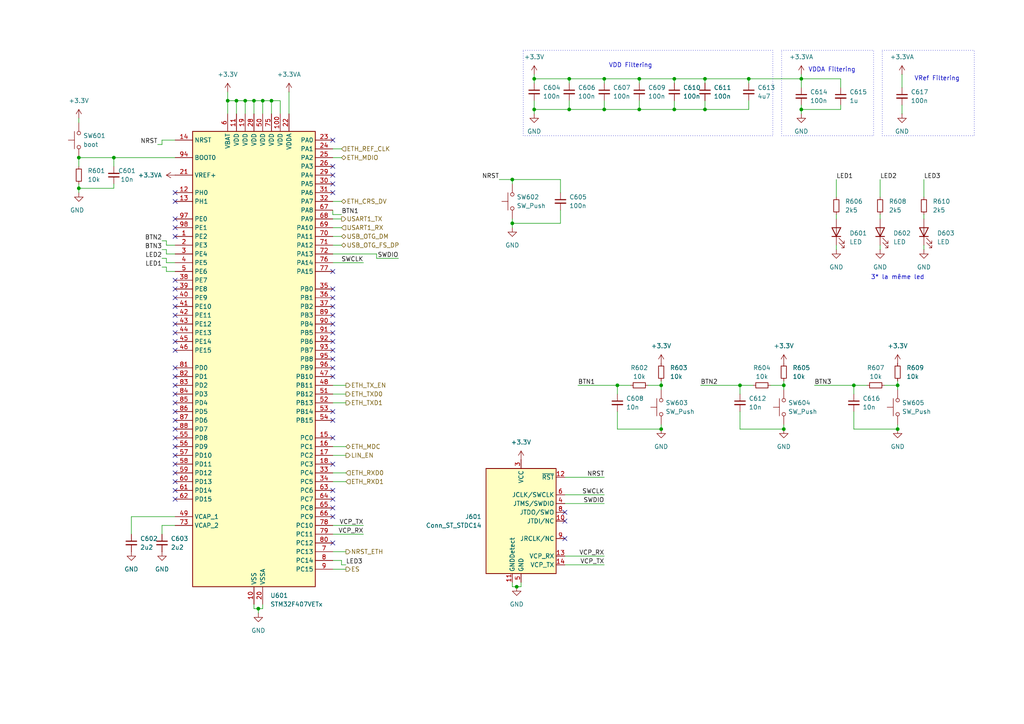
<source format=kicad_sch>
(kicad_sch (version 20231120) (generator "eeschema") (generator_version "8.0")
  (paper "A4")
  (lib_symbols
    (symbol "Connector:Conn_ST_STDC14"
      (property "Reference" "J" (at -8.89 16.51 0))
      (property "Value" "Conn_ST_STDC14" (at 17.78 16.51 0))
      (symbol "Conn_ST_STDC14_0_1"
        (rectangle (start -10.16 15.24) (end 10.16 -15.24) (stroke (width 0.254)) (fill (type background)))
      )
      (symbol "Conn_ST_STDC14_1_1"
        (pin no_connect line (at -10.16 5.08 0) (length 2.54) hide (name "NC") (number "1"))
        (pin output line (at 12.7 0 180) (length 2.54) (name "JTDI/NC") (number "10"))
        (pin passive line (at -2.54 -17.78 90) (length 2.54) (name "GNDDetect") (number "11"))
        (pin open_collector line (at 12.7 12.7 180) (length 2.54) (name "~{RST}") (number "12"))
        (pin output line (at 12.7 -10.16 180) (length 2.54) (name "VCP_RX") (number "13"))
        (pin input line (at 12.7 -12.7 180) (length 2.54) (name "VCP_TX") (number "14"))
        (pin no_connect line (at -10.16 2.54 0) (length 2.54) hide (name "NC") (number "2"))
        (pin power_in line (at 0 17.78 270) (length 2.54) (name "VCC") (number "3"))
        (pin bidirectional line (at 12.7 5.08 180) (length 2.54) (name "JTMS/SWDIO") (number "4"))
        (pin power_in line (at 0 -17.78 90) (length 2.54) (name "GND") (number "5"))
        (pin output line (at 12.7 7.62 180) (length 2.54) (name "JCLK/SWCLK") (number "6"))
        (pin passive line (at 0 -17.78 90) (length 2.54) hide (name "GND") (number "7"))
        (pin input line (at 12.7 2.54 180) (length 2.54) (name "JTDO/SWO") (number "8"))
        (pin input line (at 12.7 -5.08 180) (length 2.54) (name "JRCLK/NC") (number "9"))
      )
    )
    (symbol "Device:C_Small" (pin_numbers hide) (pin_names (offset 0.254) hide)
      (property "Reference" "C" (at 0.254 1.778 0))
      (property "Value" "C_Small" (at 0.254 -2.032 0))
      (symbol "C_Small_0_1"
        (polyline (pts (xy -1.524 -0.508) (xy 1.524 -0.508)) (stroke (width 0.3302)))
        (polyline (pts (xy -1.524 0.508) (xy 1.524 0.508)) (stroke (width 0.3048)))
      )
      (symbol "C_Small_1_1"
        (pin passive line (at 0 2.54 270) (length 2.032) (name "~") (number "1"))
        (pin passive line (at 0 -2.54 90) (length 2.032) (name "~") (number "2"))
      )
    )
    (symbol "Device:LED" (pin_numbers hide) (pin_names (offset 1.016) hide)
      (property "Reference" "D" (at 0 2.54 0))
      (property "Value" "LED" (at 0 -2.54 0))
      (symbol "LED_0_1"
        (polyline (pts (xy -1.27 -1.27) (xy -1.27 1.27)) (stroke (width 0.254)))
        (polyline (pts (xy -1.27 0) (xy 1.27 0)))
        (polyline (pts (xy 1.27 -1.27) (xy 1.27 1.27) (xy -1.27 0) (xy 1.27 -1.27)) (stroke (width 0.254)))
        (polyline (pts (xy -3.048 -0.762) (xy -4.572 -2.286) (xy -3.81 -2.286) (xy -4.572 -2.286) (xy -4.572 -1.524)))
        (polyline (pts (xy -1.778 -0.762) (xy -3.302 -2.286) (xy -2.54 -2.286) (xy -3.302 -2.286) (xy -3.302 -1.524)))
      )
      (symbol "LED_1_1"
        (pin passive line (at -3.81 0 0) (length 2.54) (name "K") (number "1"))
        (pin passive line (at 3.81 0 180) (length 2.54) (name "A") (number "2"))
      )
    )
    (symbol "Device:R_Small" (pin_numbers hide) (pin_names (offset 0.254) hide)
      (property "Reference" "R" (at 0.762 0.508 0))
      (property "Value" "R_Small" (at 0.762 -1.016 0))
      (symbol "R_Small_0_1"
        (rectangle (start -0.762 1.778) (end 0.762 -1.778) (stroke (width 0.2032)))
      )
      (symbol "R_Small_1_1"
        (pin passive line (at 0 2.54 270) (length 0.762) (name "~") (number "1"))
        (pin passive line (at 0 -2.54 90) (length 0.762) (name "~") (number "2"))
      )
    )
    (symbol "MCU_ST_STM32F4:STM32F407VETx"
      (property "Reference" "U" (at -17.78 67.31 0))
      (property "Value" "STM32F407VETx" (at 12.7 67.31 0))
      (symbol "STM32F407VETx_0_1"
        (rectangle (start -17.78 -66.04) (end 17.78 66.04) (stroke (width 0.254)) (fill (type background)))
      )
      (symbol "STM32F407VETx_1_1"
        (pin bidirectional line (at -22.86 35.56 0) (length 5.08) (name "PE2") (number "1"))
        (pin power_in line (at 0 -71.12 90) (length 5.08) (name "VSS") (number "10"))
        (pin power_in line (at 7.62 71.12 270) (length 5.08) (name "VDD") (number "100"))
        (pin power_in line (at -5.08 71.12 270) (length 5.08) (name "VDD") (number "11"))
        (pin bidirectional line (at -22.86 48.26 0) (length 5.08) (name "PH0") (number "12"))
        (pin bidirectional line (at -22.86 45.72 0) (length 5.08) (name "PH1") (number "13"))
        (pin input line (at -22.86 63.5 0) (length 5.08) (name "NRST") (number "14"))
        (pin bidirectional line (at 22.86 -22.86 180) (length 5.08) (name "PC0") (number "15"))
        (pin bidirectional line (at 22.86 -25.4 180) (length 5.08) (name "PC1") (number "16"))
        (pin bidirectional line (at 22.86 -27.94 180) (length 5.08) (name "PC2") (number "17"))
        (pin bidirectional line (at 22.86 -30.48 180) (length 5.08) (name "PC3") (number "18"))
        (pin power_in line (at -2.54 71.12 270) (length 5.08) (name "VDD") (number "19"))
        (pin bidirectional line (at -22.86 33.02 0) (length 5.08) (name "PE3") (number "2"))
        (pin power_in line (at 2.54 -71.12 90) (length 5.08) (name "VSSA") (number "20"))
        (pin input line (at -22.86 53.34 0) (length 5.08) (name "VREF+") (number "21"))
        (pin power_in line (at 10.16 71.12 270) (length 5.08) (name "VDDA") (number "22"))
        (pin bidirectional line (at 22.86 63.5 180) (length 5.08) (name "PA0") (number "23"))
        (pin bidirectional line (at 22.86 60.96 180) (length 5.08) (name "PA1") (number "24"))
        (pin bidirectional line (at 22.86 58.42 180) (length 5.08) (name "PA2") (number "25"))
        (pin bidirectional line (at 22.86 55.88 180) (length 5.08) (name "PA3") (number "26"))
        (pin passive line (at 0 -71.12 90) (length 5.08) hide (name "VSS") (number "27"))
        (pin power_in line (at 0 71.12 270) (length 5.08) (name "VDD") (number "28"))
        (pin bidirectional line (at 22.86 53.34 180) (length 5.08) (name "PA4") (number "29"))
        (pin bidirectional line (at -22.86 30.48 0) (length 5.08) (name "PE4") (number "3"))
        (pin bidirectional line (at 22.86 50.8 180) (length 5.08) (name "PA5") (number "30"))
        (pin bidirectional line (at 22.86 48.26 180) (length 5.08) (name "PA6") (number "31"))
        (pin bidirectional line (at 22.86 45.72 180) (length 5.08) (name "PA7") (number "32"))
        (pin bidirectional line (at 22.86 -33.02 180) (length 5.08) (name "PC4") (number "33"))
        (pin bidirectional line (at 22.86 -35.56 180) (length 5.08) (name "PC5") (number "34"))
        (pin bidirectional line (at 22.86 20.32 180) (length 5.08) (name "PB0") (number "35"))
        (pin bidirectional line (at 22.86 17.78 180) (length 5.08) (name "PB1") (number "36"))
        (pin bidirectional line (at 22.86 15.24 180) (length 5.08) (name "PB2") (number "37"))
        (pin bidirectional line (at -22.86 22.86 0) (length 5.08) (name "PE7") (number "38"))
        (pin bidirectional line (at -22.86 20.32 0) (length 5.08) (name "PE8") (number "39"))
        (pin bidirectional line (at -22.86 27.94 0) (length 5.08) (name "PE5") (number "4"))
        (pin bidirectional line (at -22.86 17.78 0) (length 5.08) (name "PE9") (number "40"))
        (pin bidirectional line (at -22.86 15.24 0) (length 5.08) (name "PE10") (number "41"))
        (pin bidirectional line (at -22.86 12.7 0) (length 5.08) (name "PE11") (number "42"))
        (pin bidirectional line (at -22.86 10.16 0) (length 5.08) (name "PE12") (number "43"))
        (pin bidirectional line (at -22.86 7.62 0) (length 5.08) (name "PE13") (number "44"))
        (pin bidirectional line (at -22.86 5.08 0) (length 5.08) (name "PE14") (number "45"))
        (pin bidirectional line (at -22.86 2.54 0) (length 5.08) (name "PE15") (number "46"))
        (pin bidirectional line (at 22.86 -5.08 180) (length 5.08) (name "PB10") (number "47"))
        (pin bidirectional line (at 22.86 -7.62 180) (length 5.08) (name "PB11") (number "48"))
        (pin power_out line (at -22.86 -45.72 0) (length 5.08) (name "VCAP_1") (number "49"))
        (pin bidirectional line (at -22.86 25.4 0) (length 5.08) (name "PE6") (number "5"))
        (pin power_in line (at 2.54 71.12 270) (length 5.08) (name "VDD") (number "50"))
        (pin bidirectional line (at 22.86 -10.16 180) (length 5.08) (name "PB12") (number "51"))
        (pin bidirectional line (at 22.86 -12.7 180) (length 5.08) (name "PB13") (number "52"))
        (pin bidirectional line (at 22.86 -15.24 180) (length 5.08) (name "PB14") (number "53"))
        (pin bidirectional line (at 22.86 -17.78 180) (length 5.08) (name "PB15") (number "54"))
        (pin bidirectional line (at -22.86 -22.86 0) (length 5.08) (name "PD8") (number "55"))
        (pin bidirectional line (at -22.86 -25.4 0) (length 5.08) (name "PD9") (number "56"))
        (pin bidirectional line (at -22.86 -27.94 0) (length 5.08) (name "PD10") (number "57"))
        (pin bidirectional line (at -22.86 -30.48 0) (length 5.08) (name "PD11") (number "58"))
        (pin bidirectional line (at -22.86 -33.02 0) (length 5.08) (name "PD12") (number "59"))
        (pin power_in line (at -7.62 71.12 270) (length 5.08) (name "VBAT") (number "6"))
        (pin bidirectional line (at -22.86 -35.56 0) (length 5.08) (name "PD13") (number "60"))
        (pin bidirectional line (at -22.86 -38.1 0) (length 5.08) (name "PD14") (number "61"))
        (pin bidirectional line (at -22.86 -40.64 0) (length 5.08) (name "PD15") (number "62"))
        (pin bidirectional line (at 22.86 -38.1 180) (length 5.08) (name "PC6") (number "63"))
        (pin bidirectional line (at 22.86 -40.64 180) (length 5.08) (name "PC7") (number "64"))
        (pin bidirectional line (at 22.86 -43.18 180) (length 5.08) (name "PC8") (number "65"))
        (pin bidirectional line (at 22.86 -45.72 180) (length 5.08) (name "PC9") (number "66"))
        (pin bidirectional line (at 22.86 43.18 180) (length 5.08) (name "PA8") (number "67"))
        (pin bidirectional line (at 22.86 40.64 180) (length 5.08) (name "PA9") (number "68"))
        (pin bidirectional line (at 22.86 38.1 180) (length 5.08) (name "PA10") (number "69"))
        (pin bidirectional line (at 22.86 -55.88 180) (length 5.08) (name "PC13") (number "7"))
        (pin bidirectional line (at 22.86 35.56 180) (length 5.08) (name "PA11") (number "70"))
        (pin bidirectional line (at 22.86 33.02 180) (length 5.08) (name "PA12") (number "71"))
        (pin bidirectional line (at 22.86 30.48 180) (length 5.08) (name "PA13") (number "72"))
        (pin power_out line (at -22.86 -48.26 0) (length 5.08) (name "VCAP_2") (number "73"))
        (pin passive line (at 0 -71.12 90) (length 5.08) hide (name "VSS") (number "74"))
        (pin power_in line (at 5.08 71.12 270) (length 5.08) (name "VDD") (number "75"))
        (pin bidirectional line (at 22.86 27.94 180) (length 5.08) (name "PA14") (number "76"))
        (pin bidirectional line (at 22.86 25.4 180) (length 5.08) (name "PA15") (number "77"))
        (pin bidirectional line (at 22.86 -48.26 180) (length 5.08) (name "PC10") (number "78"))
        (pin bidirectional line (at 22.86 -50.8 180) (length 5.08) (name "PC11") (number "79"))
        (pin bidirectional line (at 22.86 -58.42 180) (length 5.08) (name "PC14") (number "8"))
        (pin bidirectional line (at 22.86 -53.34 180) (length 5.08) (name "PC12") (number "80"))
        (pin bidirectional line (at -22.86 -2.54 0) (length 5.08) (name "PD0") (number "81"))
        (pin bidirectional line (at -22.86 -5.08 0) (length 5.08) (name "PD1") (number "82"))
        (pin bidirectional line (at -22.86 -7.62 0) (length 5.08) (name "PD2") (number "83"))
        (pin bidirectional line (at -22.86 -10.16 0) (length 5.08) (name "PD3") (number "84"))
        (pin bidirectional line (at -22.86 -12.7 0) (length 5.08) (name "PD4") (number "85"))
        (pin bidirectional line (at -22.86 -15.24 0) (length 5.08) (name "PD5") (number "86"))
        (pin bidirectional line (at -22.86 -17.78 0) (length 5.08) (name "PD6") (number "87"))
        (pin bidirectional line (at -22.86 -20.32 0) (length 5.08) (name "PD7") (number "88"))
        (pin bidirectional line (at 22.86 12.7 180) (length 5.08) (name "PB3") (number "89"))
        (pin bidirectional line (at 22.86 -60.96 180) (length 5.08) (name "PC15") (number "9"))
        (pin bidirectional line (at 22.86 10.16 180) (length 5.08) (name "PB4") (number "90"))
        (pin bidirectional line (at 22.86 7.62 180) (length 5.08) (name "PB5") (number "91"))
        (pin bidirectional line (at 22.86 5.08 180) (length 5.08) (name "PB6") (number "92"))
        (pin bidirectional line (at 22.86 2.54 180) (length 5.08) (name "PB7") (number "93"))
        (pin input line (at -22.86 58.42 0) (length 5.08) (name "BOOT0") (number "94"))
        (pin bidirectional line (at 22.86 0 180) (length 5.08) (name "PB8") (number "95"))
        (pin bidirectional line (at 22.86 -2.54 180) (length 5.08) (name "PB9") (number "96"))
        (pin bidirectional line (at -22.86 40.64 0) (length 5.08) (name "PE0") (number "97"))
        (pin bidirectional line (at -22.86 38.1 0) (length 5.08) (name "PE1") (number "98"))
        (pin passive line (at 0 -71.12 90) (length 5.08) hide (name "VSS") (number "99"))
      )
    )
    (symbol "Switch:SW_Push" (pin_numbers hide) (pin_names (offset 1.016) hide)
      (property "Reference" "SW" (at 1.27 2.54 0))
      (property "Value" "SW_Push" (at 0 -1.524 0))
      (symbol "SW_Push_0_1"
        (circle (center -2.032 0) (radius 0.508))
        (polyline (pts (xy 0 1.27) (xy 0 3.048)))
        (polyline (pts (xy 2.54 1.27) (xy -2.54 1.27)))
        (circle (center 2.032 0) (radius 0.508))
        (pin passive line (at -5.08 0 0) (length 2.54) (name "1") (number "1"))
        (pin passive line (at 5.08 0 180) (length 2.54) (name "2") (number "2"))
      )
    )
    (symbol "power:+3.3V" (power) (pin_numbers hide) (pin_names (offset 0) hide)
      (property "Value" "+3.3V" (at 0 3.556 0))
      (symbol "+3.3V_0_1"
        (polyline (pts (xy -0.762 1.27) (xy 0 2.54)))
        (polyline (pts (xy 0 0) (xy 0 2.54)))
        (polyline (pts (xy 0 2.54) (xy 0.762 1.27)))
      )
      (symbol "+3.3V_1_1"
        (pin power_in line (at 0 0 90) (length 0) (name "~") (number "1"))
      )
    )
    (symbol "power:+3.3VA" (power) (pin_numbers hide) (pin_names (offset 0) hide)
      (property "Value" "+3.3VA" (at 0 3.556 0))
      (symbol "+3.3VA_0_1"
        (polyline (pts (xy -0.762 1.27) (xy 0 2.54)))
        (polyline (pts (xy 0 0) (xy 0 2.54)))
        (polyline (pts (xy 0 2.54) (xy 0.762 1.27)))
      )
      (symbol "+3.3VA_1_1"
        (pin power_in line (at 0 0 90) (length 0) (name "~") (number "1"))
      )
    )
    (symbol "power:GND" (power) (pin_numbers hide) (pin_names (offset 0) hide)
      (property "Value" "GND" (at 0 -3.81 0))
      (symbol "GND_0_1"
        (polyline (pts (xy 0 0) (xy 0 -1.27) (xy 1.27 -1.27) (xy 0 -2.54) (xy -1.27 -1.27) (xy 0 -1.27)))
      )
      (symbol "GND_1_1"
        (pin power_in line (at 0 0 270) (length 0) (name "~") (number "1"))
      )
    )
  )
  (junction (at 71.12 29.21))
  (junction (at 191.77 124.46))
  (junction (at 247.65 111.76))
  (junction (at 148.59 52.07))
  (junction (at 165.1 31.75))
  (junction (at 78.74 29.21))
  (junction (at 185.42 22.86))
  (junction (at 74.93 176.53))
  (junction (at 214.63 111.76))
  (junction (at 191.77 111.76))
  (junction (at 66.04 29.21))
  (junction (at 73.66 29.21))
  (junction (at 149.86 170.18))
  (junction (at 154.94 22.86))
  (junction (at 227.33 111.76))
  (junction (at 165.1 22.86))
  (junction (at 148.59 64.77))
  (junction (at 260.35 111.76))
  (junction (at 195.58 31.75))
  (junction (at 195.58 22.86))
  (junction (at 227.33 124.46))
  (junction (at 204.47 22.86))
  (junction (at 22.86 45.72))
  (junction (at 204.47 31.75))
  (junction (at 175.26 31.75))
  (junction (at 76.2 29.21))
  (junction (at 68.58 29.21))
  (junction (at 33.02 45.72))
  (junction (at 179.07 111.76))
  (junction (at 185.42 31.75))
  (junction (at 175.26 22.86))
  (junction (at 154.94 31.75))
  (junction (at 232.41 22.86))
  (junction (at 22.86 54.61))
  (junction (at 260.35 124.46))
  (junction (at 217.17 22.86))
  (junction (at 232.41 31.75))
  (no_connect (at 50.8 116.84))
  (no_connect (at 96.52 119.38))
  (no_connect (at 96.52 101.6))
  (no_connect (at 96.52 53.34))
  (no_connect (at 50.8 99.06))
  (no_connect (at 50.8 111.76))
  (no_connect (at 50.8 137.16))
  (no_connect (at 50.8 121.92))
  (no_connect (at 96.52 127))
  (no_connect (at 50.8 91.44))
  (no_connect (at 96.52 142.24))
  (no_connect (at 50.8 139.7))
  (no_connect (at 163.83 148.59))
  (no_connect (at 96.52 40.64))
  (no_connect (at 50.8 93.98))
  (no_connect (at 96.52 50.8))
  (no_connect (at 96.52 109.22))
  (no_connect (at 96.52 104.14))
  (no_connect (at 96.52 86.36))
  (no_connect (at 163.83 151.13))
  (no_connect (at 96.52 96.52))
  (no_connect (at 50.8 124.46))
  (no_connect (at 50.8 86.36))
  (no_connect (at 96.52 157.48))
  (no_connect (at 96.52 121.92))
  (no_connect (at 96.52 91.44))
  (no_connect (at 163.83 156.21))
  (no_connect (at 96.52 99.06))
  (no_connect (at 50.8 81.28))
  (no_connect (at 50.8 114.3))
  (no_connect (at 96.52 78.74))
  (no_connect (at 50.8 58.42))
  (no_connect (at 50.8 101.6))
  (no_connect (at 96.52 48.26))
  (no_connect (at 96.52 149.86))
  (no_connect (at 96.52 144.78))
  (no_connect (at 50.8 63.5))
  (no_connect (at 50.8 132.08))
  (no_connect (at 50.8 144.78))
  (no_connect (at 96.52 106.68))
  (no_connect (at 96.52 147.32))
  (no_connect (at 50.8 129.54))
  (no_connect (at 50.8 109.22))
  (no_connect (at 96.52 83.82))
  (no_connect (at 96.52 134.62))
  (no_connect (at 50.8 88.9))
  (no_connect (at 50.8 66.04))
  (no_connect (at 50.8 127))
  (no_connect (at 50.8 142.24))
  (no_connect (at 50.8 83.82))
  (no_connect (at 96.52 88.9))
  (no_connect (at 50.8 68.58))
  (no_connect (at 50.8 119.38))
  (no_connect (at 50.8 134.62))
  (no_connect (at 50.8 106.68))
  (no_connect (at 50.8 55.88))
  (no_connect (at 96.52 93.98))
  (no_connect (at 96.52 55.88))
  (no_connect (at 50.8 96.52))
  (wire (pts (xy 217.17 22.86) (xy 232.41 22.86)))
  (wire (pts (xy 165.1 31.75) (xy 175.26 31.75)))
  (wire (pts (xy 48.26 71.12) (xy 50.8 71.12)))
  (wire (pts (xy 182.88 111.76) (xy 179.07 111.76)))
  (wire (pts (xy 232.41 22.86) (xy 243.84 22.86)))
  (wire (pts (xy 163.83 143.51) (xy 175.26 143.51)))
  (wire (pts (xy 96.52 152.4) (xy 105.41 152.4)))
  (wire (pts (xy 46.99 41.91) (xy 46.99 40.64)))
  (wire (pts (xy 232.41 31.75) (xy 243.84 31.75)))
  (wire (pts (xy 255.27 62.23) (xy 255.27 63.5)))
  (wire (pts (xy 179.07 124.46) (xy 191.77 124.46)))
  (wire (pts (xy 203.2 111.76) (xy 214.63 111.76)))
  (wire (pts (xy 33.02 45.72) (xy 33.02 48.26)))
  (wire (pts (xy 46.99 69.85) (xy 48.26 69.85)))
  (wire (pts (xy 78.74 29.21) (xy 81.28 29.21)))
  (wire (pts (xy 242.57 62.23) (xy 242.57 63.5)))
  (wire (pts (xy 99.06 63.5) (xy 96.52 63.5)))
  (wire (pts (xy 71.12 33.02) (xy 71.12 29.21)))
  (wire (pts (xy 68.58 29.21) (xy 68.58 33.02)))
  (wire (pts (xy 165.1 22.86) (xy 154.94 22.86)))
  (wire (pts (xy 148.59 168.91) (xy 148.59 170.18)))
  (wire (pts (xy 46.99 40.64) (xy 50.8 40.64)))
  (wire (pts (xy 162.56 60.96) (xy 162.56 64.77)))
  (wire (pts (xy 163.83 138.43) (xy 175.26 138.43)))
  (wire (pts (xy 165.1 22.86) (xy 165.1 24.13)))
  (wire (pts (xy 236.22 111.76) (xy 247.65 111.76)))
  (wire (pts (xy 214.63 111.76) (xy 214.63 114.3)))
  (wire (pts (xy 167.64 111.76) (xy 179.07 111.76)))
  (wire (pts (xy 185.42 31.75) (xy 195.58 31.75)))
  (wire (pts (xy 261.62 21.59) (xy 261.62 25.4)))
  (wire (pts (xy 154.94 22.86) (xy 154.94 24.13)))
  (wire (pts (xy 179.07 119.38) (xy 179.07 124.46)))
  (wire (pts (xy 100.33 132.08) (xy 96.52 132.08)))
  (wire (pts (xy 48.26 77.47) (xy 48.26 78.74)))
  (wire (pts (xy 48.26 69.85) (xy 48.26 71.12)))
  (wire (pts (xy 185.42 31.75) (xy 185.42 29.21)))
  (wire (pts (xy 109.22 73.66) (xy 96.52 73.66)))
  (wire (pts (xy 227.33 110.49) (xy 227.33 111.76)))
  (wire (pts (xy 96.52 154.94) (xy 105.41 154.94)))
  (wire (pts (xy 48.26 73.66) (xy 50.8 73.66)))
  (wire (pts (xy 100.33 165.1) (xy 96.52 165.1)))
  (wire (pts (xy 227.33 111.76) (xy 227.33 113.03)))
  (wire (pts (xy 144.78 52.07) (xy 148.59 52.07)))
  (wire (pts (xy 148.59 52.07) (xy 148.59 53.34)))
  (wire (pts (xy 260.35 110.49) (xy 260.35 111.76)))
  (wire (pts (xy 46.99 74.93) (xy 48.26 74.93)))
  (wire (pts (xy 232.41 21.59) (xy 232.41 22.86)))
  (wire (pts (xy 66.04 29.21) (xy 68.58 29.21)))
  (wire (pts (xy 78.74 29.21) (xy 78.74 33.02)))
  (wire (pts (xy 247.65 124.46) (xy 260.35 124.46)))
  (wire (pts (xy 218.44 111.76) (xy 214.63 111.76)))
  (wire (pts (xy 260.35 111.76) (xy 260.35 113.03)))
  (wire (pts (xy 191.77 111.76) (xy 191.77 113.03)))
  (wire (pts (xy 163.83 161.29) (xy 175.26 161.29)))
  (wire (pts (xy 99.06 71.12) (xy 96.52 71.12)))
  (wire (pts (xy 232.41 22.86) (xy 232.41 25.4)))
  (wire (pts (xy 66.04 26.67) (xy 66.04 29.21)))
  (wire (pts (xy 195.58 22.86) (xy 185.42 22.86)))
  (wire (pts (xy 96.52 62.23) (xy 96.52 60.96)))
  (wire (pts (xy 22.86 54.61) (xy 22.86 55.88)))
  (wire (pts (xy 100.33 163.83) (xy 99.06 163.83)))
  (wire (pts (xy 261.62 30.48) (xy 261.62 33.02)))
  (wire (pts (xy 74.93 176.53) (xy 76.2 176.53)))
  (wire (pts (xy 76.2 29.21) (xy 76.2 33.02)))
  (wire (pts (xy 243.84 31.75) (xy 243.84 30.48)))
  (wire (pts (xy 242.57 71.12) (xy 242.57 72.39)))
  (wire (pts (xy 83.82 26.67) (xy 83.82 33.02)))
  (wire (pts (xy 100.33 116.84) (xy 96.52 116.84)))
  (wire (pts (xy 22.86 53.34) (xy 22.86 54.61)))
  (wire (pts (xy 45.72 41.91) (xy 46.99 41.91)))
  (wire (pts (xy 71.12 29.21) (xy 68.58 29.21)))
  (wire (pts (xy 73.66 29.21) (xy 76.2 29.21)))
  (wire (pts (xy 33.02 54.61) (xy 33.02 53.34)))
  (wire (pts (xy 242.57 52.07) (xy 242.57 57.15)))
  (wire (pts (xy 217.17 22.86) (xy 217.17 24.13)))
  (wire (pts (xy 255.27 71.12) (xy 255.27 72.39)))
  (wire (pts (xy 267.97 52.07) (xy 267.97 57.15)))
  (wire (pts (xy 217.17 31.75) (xy 204.47 31.75)))
  (wire (pts (xy 247.65 119.38) (xy 247.65 124.46)))
  (wire (pts (xy 38.1 154.94) (xy 38.1 149.86)))
  (wire (pts (xy 46.99 72.39) (xy 48.26 72.39)))
  (wire (pts (xy 179.07 111.76) (xy 179.07 114.3)))
  (wire (pts (xy 73.66 29.21) (xy 73.66 33.02)))
  (wire (pts (xy 251.46 111.76) (xy 247.65 111.76)))
  (wire (pts (xy 204.47 22.86) (xy 217.17 22.86)))
  (wire (pts (xy 99.06 43.18) (xy 96.52 43.18)))
  (wire (pts (xy 214.63 124.46) (xy 227.33 124.46)))
  (wire (pts (xy 204.47 31.75) (xy 204.47 29.21)))
  (wire (pts (xy 48.26 74.93) (xy 48.26 76.2)))
  (wire (pts (xy 22.86 45.72) (xy 33.02 45.72)))
  (wire (pts (xy 175.26 22.86) (xy 165.1 22.86)))
  (wire (pts (xy 154.94 21.59) (xy 154.94 22.86)))
  (wire (pts (xy 148.59 63.5) (xy 148.59 64.77)))
  (wire (pts (xy 243.84 22.86) (xy 243.84 25.4)))
  (wire (pts (xy 73.66 175.26) (xy 73.66 176.53)))
  (wire (pts (xy 267.97 71.12) (xy 267.97 72.39)))
  (wire (pts (xy 154.94 31.75) (xy 165.1 31.75)))
  (wire (pts (xy 100.33 129.54) (xy 96.52 129.54)))
  (wire (pts (xy 22.86 48.26) (xy 22.86 45.72)))
  (wire (pts (xy 66.04 33.02) (xy 66.04 29.21)))
  (wire (pts (xy 99.06 66.04) (xy 96.52 66.04)))
  (wire (pts (xy 38.1 149.86) (xy 50.8 149.86)))
  (wire (pts (xy 74.93 177.8) (xy 74.93 176.53)))
  (wire (pts (xy 105.41 76.2) (xy 96.52 76.2)))
  (wire (pts (xy 149.86 170.18) (xy 151.13 170.18)))
  (wire (pts (xy 204.47 22.86) (xy 195.58 22.86)))
  (wire (pts (xy 185.42 22.86) (xy 175.26 22.86)))
  (wire (pts (xy 100.33 160.02) (xy 96.52 160.02)))
  (wire (pts (xy 99.06 45.72) (xy 96.52 45.72)))
  (wire (pts (xy 99.06 58.42) (xy 96.52 58.42)))
  (wire (pts (xy 267.97 62.23) (xy 267.97 63.5)))
  (wire (pts (xy 195.58 22.86) (xy 195.58 24.13)))
  (wire (pts (xy 99.06 163.83) (xy 99.06 162.56)))
  (wire (pts (xy 148.59 170.18) (xy 149.86 170.18)))
  (wire (pts (xy 46.99 77.47) (xy 48.26 77.47)))
  (wire (pts (xy 76.2 29.21) (xy 78.74 29.21)))
  (wire (pts (xy 99.06 68.58) (xy 96.52 68.58)))
  (wire (pts (xy 223.52 111.76) (xy 227.33 111.76)))
  (wire (pts (xy 46.99 154.94) (xy 46.99 152.4)))
  (wire (pts (xy 214.63 119.38) (xy 214.63 124.46)))
  (wire (pts (xy 22.86 34.29) (xy 22.86 35.56)))
  (wire (pts (xy 151.13 170.18) (xy 151.13 168.91)))
  (wire (pts (xy 48.26 78.74) (xy 50.8 78.74)))
  (wire (pts (xy 162.56 52.07) (xy 162.56 55.88)))
  (wire (pts (xy 33.02 54.61) (xy 22.86 54.61)))
  (wire (pts (xy 115.57 74.93) (xy 109.22 74.93)))
  (wire (pts (xy 33.02 45.72) (xy 50.8 45.72)))
  (wire (pts (xy 232.41 31.75) (xy 232.41 33.02)))
  (wire (pts (xy 232.41 30.48) (xy 232.41 31.75)))
  (wire (pts (xy 99.06 162.56) (xy 96.52 162.56)))
  (wire (pts (xy 256.54 111.76) (xy 260.35 111.76)))
  (wire (pts (xy 48.26 72.39) (xy 48.26 73.66)))
  (wire (pts (xy 175.26 31.75) (xy 185.42 31.75)))
  (wire (pts (xy 100.33 139.7) (xy 96.52 139.7)))
  (wire (pts (xy 191.77 110.49) (xy 191.77 111.76)))
  (wire (pts (xy 100.33 111.76) (xy 96.52 111.76)))
  (wire (pts (xy 73.66 176.53) (xy 74.93 176.53)))
  (wire (pts (xy 217.17 29.21) (xy 217.17 31.75)))
  (wire (pts (xy 71.12 29.21) (xy 73.66 29.21)))
  (wire (pts (xy 175.26 31.75) (xy 175.26 29.21)))
  (wire (pts (xy 260.35 124.46) (xy 260.35 123.19)))
  (wire (pts (xy 100.33 137.16) (xy 96.52 137.16)))
  (wire (pts (xy 175.26 22.86) (xy 175.26 24.13)))
  (wire (pts (xy 81.28 29.21) (xy 81.28 33.02)))
  (wire (pts (xy 195.58 31.75) (xy 204.47 31.75)))
  (wire (pts (xy 148.59 64.77) (xy 148.59 66.04)))
  (wire (pts (xy 154.94 33.02) (xy 154.94 31.75)))
  (wire (pts (xy 163.83 163.83) (xy 175.26 163.83)))
  (wire (pts (xy 48.26 76.2) (xy 50.8 76.2)))
  (wire (pts (xy 163.83 146.05) (xy 175.26 146.05)))
  (wire (pts (xy 154.94 29.21) (xy 154.94 31.75)))
  (wire (pts (xy 204.47 22.86) (xy 204.47 24.13)))
  (wire (pts (xy 195.58 31.75) (xy 195.58 29.21)))
  (wire (pts (xy 187.96 111.76) (xy 191.77 111.76)))
  (wire (pts (xy 191.77 124.46) (xy 191.77 123.19)))
  (wire (pts (xy 227.33 124.46) (xy 227.33 123.19)))
  (wire (pts (xy 76.2 176.53) (xy 76.2 175.26)))
  (wire (pts (xy 165.1 31.75) (xy 165.1 29.21)))
  (wire (pts (xy 109.22 74.93) (xy 109.22 73.66)))
  (wire (pts (xy 148.59 64.77) (xy 162.56 64.77)))
  (wire (pts (xy 185.42 22.86) (xy 185.42 24.13)))
  (wire (pts (xy 247.65 111.76) (xy 247.65 114.3)))
  (wire (pts (xy 255.27 52.07) (xy 255.27 57.15)))
  (wire (pts (xy 100.33 114.3) (xy 96.52 114.3)))
  (wire (pts (xy 148.59 52.07) (xy 162.56 52.07)))
  (wire (pts (xy 46.99 152.4) (xy 50.8 152.4)))
  (wire (pts (xy 99.06 62.23) (xy 96.52 62.23)))
  (rectangle (start 226.695 14.605) (end 253.365 39.37) (stroke (width 0) (type dot)))
  (rectangle (start 151.765 14.605) (end 224.155 39.37) (stroke (width 0) (type dot)))
  (rectangle (start 255.905 14.605) (end 282.575 39.37) (stroke (width 0) (type dot)))
  (text "VDDA Filtering" (at 241.3 20.32 0) (effects (font (size 1.27 1.27))))
  (text "VRef Filtering" (at 271.78 22.86 0) (effects (font (size 1.27 1.27))))
  (text "3* la même led" (at 260.35 80.518 0) (effects (font (size 1.27 1.27))))
  (text "VDD Filtering" (at 182.88 19.05 0) (effects (font (size 1.27 1.27))))
  (label "SWCLK" (at 175.26 143.51 180))
  (label "NRST" (at 144.78 52.07 180))
  (label "VCP_TX" (at 105.41 152.4 180))
  (label "LED2" (at 46.99 74.93 180))
  (label "LED3" (at 267.97 52.07 0))
  (label "BTN2" (at 203.2 111.76 0))
  (label "BTN1" (at 167.64 111.76 0))
  (label "NRST" (at 175.26 138.43 180))
  (label "VCP_TX" (at 175.26 163.83 180))
  (label "LED3" (at 100.33 163.83 0))
  (label "SWDIO" (at 115.57 74.93 180))
  (label "BTN3" (at 46.99 72.39 180))
  (label "BTN1" (at 99.06 62.23 0))
  (label "LED1" (at 242.57 52.07 0))
  (label "VCP_RX" (at 105.41 154.94 180))
  (label "VCP_RX" (at 175.26 161.29 180))
  (label "BTN2" (at 46.99 69.85 180))
  (label "LED2" (at 255.27 52.07 0))
  (label "SWCLK" (at 105.41 76.2 180))
  (label "LED1" (at 46.99 77.47 180))
  (label "NRST" (at 45.72 41.91 180))
  (label "SWDIO" (at 175.26 146.05 180))
  (label "BTN3" (at 236.22 111.76 0))
  (hierarchical_label "ETH_TXD0" (shape output) (at 100.33 114.3 0))
  (hierarchical_label "ETH_RXD0" (shape input) (at 100.33 137.16 0))
  (hierarchical_label "ETH_MDIO" (shape bidirectional) (at 99.06 45.72 0))
  (hierarchical_label "USB_OTG_DM" (shape bidirectional) (at 99.06 68.58 0))
  (hierarchical_label "ETH_REF_CLK" (shape input) (at 99.06 43.18 0))
  (hierarchical_label "ETH_TX_EN" (shape output) (at 100.33 111.76 0))
  (hierarchical_label "ES" (shape output) (at 100.33 165.1 0))
  (hierarchical_label "USART1_RX" (shape input) (at 99.06 66.04 0))
  (hierarchical_label "LIN_EN" (shape output) (at 100.33 132.08 0))
  (hierarchical_label "NRST_ETH" (shape output) (at 100.33 160.02 0))
  (hierarchical_label "ETH_TXD1" (shape output) (at 100.33 116.84 0))
  (hierarchical_label "USB_OTG_FS_DP" (shape bidirectional) (at 99.06 71.12 0))
  (hierarchical_label "USART1_TX" (shape output) (at 99.06 63.5 0))
  (hierarchical_label "ETH_CRS_DV" (shape bidirectional) (at 99.06 58.42 0))
  (hierarchical_label "ETH_RXD1" (shape input) (at 100.33 139.7 0))
  (hierarchical_label "ETH_MDC" (shape bidirectional) (at 100.33 129.54 0))
  (symbol (lib_id "Device:R_Small") (at 227.33 107.95 0) (unit 1)
    (property "Reference" "R605" (at 229.87 106.6799 0) (effects (justify left)))
    (property "Value" "10k" (at 229.87 109.2199 0) (effects (justify left)))
    (property "Footprint" "Resistor_SMD:R_0402_1005Metric" (effects (hide yes)))
    (property "Description" "Resistor, small symbol" (effects (hide yes)))
  )
  (symbol (lib_id "Connector:Conn_ST_STDC14") (at 151.13 151.13 0) (unit 1)
    (property "Reference" "J601" (at 139.7 149.8599 0) (effects (justify right)))
    (property "Value" "Conn_ST_STDC14" (at 139.7 152.3999 0) (effects (justify right)))
    (property "Footprint" "Connector_PinHeader_1.27mm:PinHeader_2x07_P1.27mm_Vertical_SMD" (effects (hide yes)))
    (property "Datasheet" "https://www.st.com/content/ccc/resource/technical/document/user_manual/group1/99/49/91/b6/b2/3a/46/e5/DM00526767/files/DM00526767.pdf/jcr:content/translations/en.DM00526767.pdf" (effects (hide yes)))
    (property "Description" "ST Debug Connector, standard ARM Cortex-M SWD and JTAG interface plus UART" (effects (hide yes)))
  )
  (symbol (lib_id "power:+3.3V") (at 191.77 105.41 0) (unit 1)
    (property "Reference" "#PWR0614" (effects (hide yes)))
    (property "Value" "+3.3V" (at 191.77 100.33 0))
    (property "Description" "Power symbol creates a global label with name \"+3.3V\"" (effects (hide yes)))
  )
  (symbol (lib_id "power:GND") (at 227.33 124.46 0) (unit 1)
    (property "Reference" "#PWR0617" (effects (hide yes)))
    (property "Value" "GND" (at 227.33 129.54 0))
    (property "Description" "Power symbol creates a global label with name \"GND\" , ground" (effects (hide yes)))
  )
  (symbol (lib_id "power:GND") (at 261.62 33.02 0) (unit 1)
    (property "Reference" "#PWR0625" (effects (hide yes)))
    (property "Value" "GND" (at 261.62 38.1 0))
    (property "Description" "Power symbol creates a global label with name \"GND\" , ground" (effects (hide yes)))
  )
  (symbol (lib_id "Device:C_Small") (at 33.02 50.8 180) (unit 1)
    (property "Reference" "C601" (at 36.83 49.53 0))
    (property "Value" "10n" (at 36.83 52.07 0))
    (property "Footprint" "Capacitor_SMD:C_0402_1005Metric_Pad0.74x0.62mm_HandSolder" (effects (hide yes)))
    (property "Description" "Unpolarized capacitor, small symbol" (effects (hide yes)))
  )
  (symbol (lib_id "power:+3.3V") (at 151.13 133.35 0) (unit 1)
    (property "Reference" "#PWR0611" (effects (hide yes)))
    (property "Value" "+3.3V" (at 151.13 128.27 0))
    (property "Description" "Power symbol creates a global label with name \"+3.3V\"" (effects (hide yes)))
  )
  (symbol (lib_id "Device:LED") (at 242.57 67.31 90) (unit 1)
    (property "Reference" "D601" (at 246.38 67.6274 90) (effects (justify right)))
    (property "Value" "LED" (at 246.38 70.1674 90) (effects (justify right)))
    (property "Datasheet" "https://www.lcsc.com/datasheet/lcsc_datasheet_2207141800_ROHM-Semicon-SML-P11VTT86R_C510301.pdf" (effects (hide yes)))
    (property "Description" "Light emitting diode" (effects (hide yes)))
    (property "Mfr" "SML-P11VTT86R" (effects (hide yes)))
    (property "LCSC" "C510301" (effects (hide yes)))
  )
  (symbol (lib_id "power:GND") (at 74.93 177.8 0) (unit 1)
    (property "Reference" "#PWR0607" (effects (hide yes)))
    (property "Value" "GND" (at 74.93 182.88 0))
    (property "Description" "Power symbol creates a global label with name \"GND\" , ground" (effects (hide yes)))
  )
  (symbol (lib_id "power:+3.3V") (at 227.33 105.41 0) (unit 1)
    (property "Reference" "#PWR0616" (effects (hide yes)))
    (property "Value" "+3.3V" (at 227.33 100.33 0))
    (property "Description" "Power symbol creates a global label with name \"+3.3V\"" (effects (hide yes)))
  )
  (symbol (lib_id "Device:C_Small") (at 243.84 27.94 0) (unit 1)
    (property "Reference" "C615" (at 246.38 26.6762 0) (effects (justify left)))
    (property "Value" "1u" (at 246.38 29.2162 0) (effects (justify left)))
    (property "Description" "Unpolarized capacitor, small symbol" (effects (hide yes)))
  )
  (symbol (lib_id "Device:R_Small") (at 220.98 111.76 90) (unit 1)
    (property "Reference" "R604" (at 220.98 106.68 90))
    (property "Value" "10k" (at 220.98 109.22 90))
    (property "Footprint" "Resistor_SMD:R_0402_1005Metric" (effects (hide yes)))
    (property "Description" "Resistor, small symbol" (effects (hide yes)))
  )
  (symbol (lib_id "Device:C_Small") (at 247.65 116.84 0) (unit 1)
    (property "Reference" "C616" (at 250.19 115.5762 0) (effects (justify left)))
    (property "Value" "10n" (at 250.19 118.1162 0) (effects (justify left)))
    (property "Footprint" "Resistor_SMD:R_0402_1005Metric" (effects (hide yes)))
    (property "Description" "Unpolarized capacitor, small symbol" (effects (hide yes)))
  )
  (symbol (lib_id "Device:C_Small") (at 162.56 58.42 0) (unit 1)
    (property "Reference" "C605" (at 165.1 57.1562 0) (effects (justify left)))
    (property "Value" "100n" (at 165.1 59.6962 0) (effects (justify left)))
    (property "Footprint" "Capacitor_SMD:C_0402_1005Metric" (effects (hide yes)))
    (property "Description" "Unpolarized capacitor, small symbol" (effects (hide yes)))
  )
  (symbol (lib_id "Switch:SW_Push") (at 260.35 118.11 90) (unit 1)
    (property "Reference" "SW605" (at 261.62 116.8399 90) (effects (justify right)))
    (property "Value" "SW_Push" (at 261.62 119.3799 90) (effects (justify right)))
    (property "Footprint" "Button_Switch_SMD:SW_Push_1P1T_NO_6x6mm_H9.5mm" (effects (hide yes)))
    (property "Description" "Push button switch, generic, two pins" (effects (hide yes)))
  )
  (symbol (lib_id "Device:C_Small") (at 214.63 116.84 0) (unit 1)
    (property "Reference" "C612" (at 217.17 115.5762 0) (effects (justify left)))
    (property "Value" "10n" (at 217.17 118.1162 0) (effects (justify left)))
    (property "Footprint" "Resistor_SMD:R_0402_1005Metric" (effects (hide yes)))
    (property "Description" "Unpolarized capacitor, small symbol" (effects (hide yes)))
  )
  (symbol (lib_id "power:GND") (at 148.59 66.04 0) (unit 1)
    (property "Reference" "#PWR0609" (effects (hide yes)))
    (property "Value" "GND" (at 148.59 71.12 0))
    (property "Description" "Power symbol creates a global label with name \"GND\" , ground" (effects (hide yes)))
  )
  (symbol (lib_id "power:GND") (at 242.57 72.39 0) (unit 1)
    (property "Reference" "#PWR0620" (effects (hide yes)))
    (property "Value" "GND" (at 242.57 77.47 0))
    (property "Description" "Power symbol creates a global label with name \"GND\" , ground" (effects (hide yes)))
  )
  (symbol (lib_id "Device:LED") (at 255.27 67.31 90) (unit 1)
    (property "Reference" "D602" (at 259.08 67.6274 90) (effects (justify right)))
    (property "Value" "LED" (at 259.08 70.1674 90) (effects (justify right)))
    (property "Datasheet" "https://www.lcsc.com/datasheet/lcsc_datasheet_2207141800_ROHM-Semicon-SML-P11VTT86R_C510301.pdf" (effects (hide yes)))
    (property "Description" "Light emitting diode" (effects (hide yes)))
    (property "Mfr" "SML-P11VTT86R" (effects (hide yes)))
    (property "LCSC" "C510301" (effects (hide yes)))
  )
  (symbol (lib_id "Device:R_Small") (at 260.35 107.95 0) (unit 1)
    (property "Reference" "R609" (at 262.89 106.6799 0) (effects (justify left)))
    (property "Value" "10k" (at 262.89 109.2199 0) (effects (justify left)))
    (property "Footprint" "Resistor_SMD:R_0402_1005Metric" (effects (hide yes)))
    (property "Description" "Resistor, small symbol" (effects (hide yes)))
  )
  (symbol (lib_id "Switch:SW_Push") (at 227.33 118.11 90) (unit 1)
    (property "Reference" "SW604" (at 228.6 116.8399 90) (effects (justify right)))
    (property "Value" "SW_Push" (at 228.6 119.3799 90) (effects (justify right)))
    (property "Footprint" "Button_Switch_SMD:SW_Push_1P1T_NO_6x6mm_H9.5mm" (effects (hide yes)))
    (property "Description" "Push button switch, generic, two pins" (effects (hide yes)))
  )
  (symbol (lib_id "power:+3.3V") (at 154.94 21.59 0) (unit 1)
    (property "Reference" "#PWR0612" (effects (hide yes)))
    (property "Value" "+3.3V" (at 154.94 16.51 0))
    (property "Description" "Power symbol creates a global label with name \"+3.3V\"" (effects (hide yes)))
  )
  (symbol (lib_id "Device:C_Small") (at 46.99 157.48 0) (unit 1)
    (property "Reference" "C603" (at 49.53 156.2162 0) (effects (justify left)))
    (property "Value" "2u2" (at 49.53 158.7562 0) (effects (justify left)))
    (property "Description" "Unpolarized capacitor, small symbol" (effects (hide yes)))
  )
  (symbol (lib_id "power:+3.3VA") (at 232.41 21.59 0) (unit 1)
    (property "Reference" "#PWR0618" (effects (hide yes)))
    (property "Value" "+3.3VA" (at 232.41 16.51 0))
    (property "Description" "Power symbol creates a global label with name \"+3.3VA\"" (effects (hide yes)))
  )
  (symbol (lib_id "Device:C_Small") (at 165.1 26.67 0) (unit 1)
    (property "Reference" "C606" (at 167.64 25.4062 0) (effects (justify left)))
    (property "Value" "100n" (at 167.64 27.9462 0) (effects (justify left)))
    (property "Description" "Unpolarized capacitor, small symbol" (effects (hide yes)))
  )
  (symbol (lib_id "Device:C_Small") (at 175.26 26.67 0) (unit 1)
    (property "Reference" "C607" (at 177.8 25.4062 0) (effects (justify left)))
    (property "Value" "100n" (at 177.8 27.9462 0) (effects (justify left)))
    (property "Description" "Unpolarized capacitor, small symbol" (effects (hide yes)))
  )
  (symbol (lib_id "Device:R_Small") (at 254 111.76 90) (unit 1)
    (property "Reference" "R607" (at 254 106.68 90))
    (property "Value" "10k" (at 254 109.22 90))
    (property "Footprint" "Resistor_SMD:R_0402_1005Metric" (effects (hide yes)))
    (property "Description" "Resistor, small symbol" (effects (hide yes)))
  )
  (symbol (lib_id "Switch:SW_Push") (at 22.86 40.64 90) (unit 1)
    (property "Reference" "SW601" (at 24.13 39.3699 90) (effects (justify right)))
    (property "Value" "boot" (at 24.13 41.9099 90) (effects (justify right)))
    (property "Footprint" "SW_KXT3:SW_KXT3" (effects (hide yes)))
    (property "Description" "Push button switch, generic, two pins" (effects (hide yes)))
  )
  (symbol (lib_id "power:+3.3V") (at 22.86 34.29 0) (unit 1)
    (property "Reference" "#PWR0601" (effects (hide yes)))
    (property "Value" "+3.3V" (at 22.86 29.21 0))
    (property "Description" "Power symbol creates a global label with name \"+3.3V\"" (effects (hide yes)))
  )
  (symbol (lib_id "power:GND") (at 255.27 72.39 0) (unit 1)
    (property "Reference" "#PWR0621" (effects (hide yes)))
    (property "Value" "GND" (at 255.27 77.47 0))
    (property "Description" "Power symbol creates a global label with name \"GND\" , ground" (effects (hide yes)))
  )
  (symbol (lib_id "power:GND") (at 191.77 124.46 0) (unit 1)
    (property "Reference" "#PWR0615" (effects (hide yes)))
    (property "Value" "GND" (at 191.77 129.54 0))
    (property "Description" "Power symbol creates a global label with name \"GND\" , ground" (effects (hide yes)))
  )
  (symbol (lib_id "MCU_ST_STM32F4:STM32F407VETx") (at 73.66 104.14 0) (unit 1)
    (property "Reference" "U601" (at 78.3941 172.72 0) (effects (justify left)))
    (property "Value" "STM32F407VETx" (at 78.3941 175.26 0) (effects (justify left)))
    (property "Footprint" "Package_QFP:LQFP-100_14x14mm_P0.5mm" (effects (hide yes)))
    (property "Datasheet" "https://www.st.com/resource/en/datasheet/stm32f407ve.pdf" (effects (hide yes)))
    (property "Description" "STMicroelectronics Arm Cortex-M4 MCU, 512KB flash, 192KB RAM, 168 MHz, 1.8-3.6V, 82 GPIO, LQFP100" (effects (hide yes)))
  )
  (symbol (lib_id "power:GND") (at 260.35 124.46 0) (unit 1)
    (property "Reference" "#PWR0623" (effects (hide yes)))
    (property "Value" "GND" (at 260.35 129.54 0))
    (property "Description" "Power symbol creates a global label with name \"GND\" , ground" (effects (hide yes)))
  )
  (symbol (lib_id "power:+3.3VA") (at 83.82 26.67 0) (unit 1)
    (property "Reference" "#PWR0608" (effects (hide yes)))
    (property "Value" "+3.3VA" (at 83.82 21.59 0))
    (property "Description" "Power symbol creates a global label with name \"+3.3VA\"" (effects (hide yes)))
  )
  (symbol (lib_id "Device:LED") (at 267.97 67.31 90) (unit 1)
    (property "Reference" "D603" (at 271.78 67.6274 90) (effects (justify right)))
    (property "Value" "LED" (at 271.78 70.1674 90) (effects (justify right)))
    (property "Datasheet" "https://www.lcsc.com/datasheet/lcsc_datasheet_2207141800_ROHM-Semicon-SML-P11VTT86R_C510301.pdf" (effects (hide yes)))
    (property "Description" "Light emitting diode" (effects (hide yes)))
    (property "Mfr" "SML-P11VTT86R" (effects (hide yes)))
    (property "LCSC" "C510301" (effects (hide yes)))
  )
  (symbol (lib_id "Device:C_Small") (at 195.58 26.67 0) (unit 1)
    (property "Reference" "C610" (at 198.12 25.4062 0) (effects (justify left)))
    (property "Value" "100n" (at 198.12 27.9462 0) (effects (justify left)))
    (property "Description" "Unpolarized capacitor, small symbol" (effects (hide yes)))
  )
  (symbol (lib_id "Device:R_Small") (at 242.57 59.69 0) (unit 1)
    (property "Reference" "R606" (at 245.11 58.4199 0) (effects (justify left)))
    (property "Value" "2k5" (at 245.11 60.9599 0) (effects (justify left)))
    (property "Description" "Resistor, small symbol" (effects (hide yes)))
  )
  (symbol (lib_id "Device:R_Small") (at 255.27 59.69 0) (unit 1)
    (property "Reference" "R608" (at 257.81 58.4199 0) (effects (justify left)))
    (property "Value" "2k5" (at 257.81 60.9599 0) (effects (justify left)))
    (property "Description" "Resistor, small symbol" (effects (hide yes)))
  )
  (symbol (lib_id "power:+3.3V") (at 66.04 26.67 0) (unit 1)
    (property "Reference" "#PWR0606" (effects (hide yes)))
    (property "Value" "+3.3V" (at 66.04 21.59 0))
    (property "Description" "Power symbol creates a global label with name \"+3.3V\"" (effects (hide yes)))
  )
  (symbol (lib_id "power:GND") (at 232.41 33.02 0) (unit 1)
    (property "Reference" "#PWR0619" (effects (hide yes)))
    (property "Value" "GND" (at 232.41 38.1 0))
    (property "Description" "Power symbol creates a global label with name \"GND\" , ground" (effects (hide yes)))
  )
  (symbol (lib_id "power:+3.3V") (at 260.35 105.41 0) (unit 1)
    (property "Reference" "#PWR0622" (effects (hide yes)))
    (property "Value" "+3.3V" (at 260.35 100.33 0))
    (property "Description" "Power symbol creates a global label with name \"+3.3V\"" (effects (hide yes)))
  )
  (symbol (lib_id "Device:C_Small") (at 154.94 26.67 0) (unit 1)
    (property "Reference" "C604" (at 157.48 25.4062 0) (effects (justify left)))
    (property "Value" "100n" (at 157.48 27.9462 0) (effects (justify left)))
    (property "Description" "Unpolarized capacitor, small symbol" (effects (hide yes)))
  )
  (symbol (lib_id "Device:C_Small") (at 217.17 26.67 0) (unit 1)
    (property "Reference" "C613" (at 219.71 25.4062 0) (effects (justify left)))
    (property "Value" "4u7" (at 219.71 27.9462 0) (effects (justify left)))
    (property "Description" "Unpolarized capacitor, small symbol" (effects (hide yes)))
    (property "Matériau" "Céramique" (effects (hide yes)))
  )
  (symbol (lib_id "power:GND") (at 22.86 55.88 0) (unit 1)
    (property "Reference" "#PWR0602" (effects (hide yes)))
    (property "Value" "GND" (at 20.32 60.96 0) (effects (justify left)))
    (property "Description" "Power symbol creates a global label with name \"GND\" , ground" (effects (hide yes)))
  )
  (symbol (lib_id "Device:C_Small") (at 179.07 116.84 0) (unit 1)
    (property "Reference" "C608" (at 181.61 115.5762 0) (effects (justify left)))
    (property "Value" "10n" (at 181.61 118.1162 0) (effects (justify left)))
    (property "Footprint" "Resistor_SMD:R_0402_1005Metric" (effects (hide yes)))
    (property "Description" "Unpolarized capacitor, small symbol" (effects (hide yes)))
  )
  (symbol (lib_id "Switch:SW_Push") (at 148.59 58.42 90) (unit 1)
    (property "Reference" "SW602" (at 149.86 57.1499 90) (effects (justify right)))
    (property "Value" "SW_Push" (at 149.86 59.6899 90) (effects (justify right)))
    (property "Footprint" "Button_Switch_SMD:SW_Push_1P1T_NO_6x6mm_H9.5mm" (effects (hide yes)))
    (property "Description" "Push button switch, generic, two pins" (effects (hide yes)))
  )
  (symbol (lib_id "power:+3.3VA") (at 261.62 21.59 0) (unit 1)
    (property "Reference" "#PWR0624" (effects (hide yes)))
    (property "Value" "+3.3VA" (at 261.62 16.51 0))
    (property "Description" "Power symbol creates a global label with name \"+3.3VA\"" (effects (hide yes)))
  )
  (symbol (lib_id "power:GND") (at 149.86 170.18 0) (unit 1)
    (property "Reference" "#PWR0610" (effects (hide yes)))
    (property "Value" "GND" (at 149.86 175.26 0))
    (property "Description" "Power symbol creates a global label with name \"GND\" , ground" (effects (hide yes)))
  )
  (symbol (lib_id "Device:R_Small") (at 185.42 111.76 90) (unit 1)
    (property "Reference" "R602" (at 185.42 106.68 90))
    (property "Value" "10k" (at 185.42 109.22 90))
    (property "Footprint" "Resistor_SMD:R_0402_1005Metric" (effects (hide yes)))
    (property "Description" "Resistor, small symbol" (effects (hide yes)))
  )
  (symbol (lib_id "Device:C_Small") (at 261.62 27.94 0) (unit 1)
    (property "Reference" "C617" (at 264.16 26.6762 0) (effects (justify left)))
    (property "Value" "100n" (at 264.16 29.2162 0) (effects (justify left)))
    (property "Description" "Unpolarized capacitor, small symbol" (effects (hide yes)))
  )
  (symbol (lib_id "power:GND") (at 38.1 160.02 0) (unit 1)
    (property "Reference" "#PWR0603" (effects (hide yes)))
    (property "Value" "GND" (at 38.1 165.1 0))
    (property "Description" "Power symbol creates a global label with name \"GND\" , ground" (effects (hide yes)))
  )
  (symbol (lib_id "Switch:SW_Push") (at 191.77 118.11 90) (unit 1)
    (property "Reference" "SW603" (at 193.04 116.8399 90) (effects (justify right)))
    (property "Value" "SW_Push" (at 193.04 119.3799 90) (effects (justify right)))
    (property "Footprint" "Button_Switch_SMD:SW_Push_1P1T_NO_6x6mm_H9.5mm" (effects (hide yes)))
    (property "Description" "Push button switch, generic, two pins" (effects (hide yes)))
  )
  (symbol (lib_id "Device:C_Small") (at 204.47 26.67 0) (unit 1)
    (property "Reference" "C611" (at 207.01 25.4062 0) (effects (justify left)))
    (property "Value" "100n" (at 207.01 27.9462 0) (effects (justify left)))
    (property "Description" "Unpolarized capacitor, small symbol" (effects (hide yes)))
  )
  (symbol (lib_id "Device:R_Small") (at 22.86 50.8 0) (unit 1)
    (property "Reference" "R601" (at 25.4 49.5299 0) (effects (justify left)))
    (property "Value" "10k" (at 25.4 52.0699 0) (effects (justify left)))
    (property "Footprint" "Resistor_SMD:R_0402_1005Metric_Pad0.72x0.64mm_HandSolder" (effects (hide yes)))
    (property "Description" "Resistor, small symbol" (effects (hide yes)))
  )
  (symbol (lib_id "Device:C_Small") (at 232.41 27.94 0) (unit 1)
    (property "Reference" "C614" (at 234.95 26.6762 0) (effects (justify left)))
    (property "Value" "100n" (at 234.95 29.2162 0) (effects (justify left)))
    (property "Description" "Unpolarized capacitor, small symbol" (effects (hide yes)))
  )
  (symbol (lib_id "power:GND") (at 154.94 33.02 0) (unit 1)
    (property "Reference" "#PWR0613" (effects (hide yes)))
    (property "Value" "GND" (at 154.94 38.1 0))
    (property "Description" "Power symbol creates a global label with name \"GND\" , ground" (effects (hide yes)))
  )
  (symbol (lib_id "Device:C_Small") (at 185.42 26.67 0) (unit 1)
    (property "Reference" "C609" (at 187.96 25.4062 0) (effects (justify left)))
    (property "Value" "100n" (at 187.96 27.9462 0) (effects (justify left)))
    (property "Description" "Unpolarized capacitor, small symbol" (effects (hide yes)))
  )
  (symbol (lib_id "Device:C_Small") (at 38.1 157.48 0) (unit 1)
    (property "Reference" "C602" (at 40.64 156.2162 0) (effects (justify left)))
    (property "Value" "2u2" (at 40.64 158.7562 0) (effects (justify left)))
    (property "Description" "Unpolarized capacitor, small symbol" (effects (hide yes)))
  )
  (symbol (lib_id "power:GND") (at 46.99 160.02 0) (unit 1)
    (property "Reference" "#PWR0604" (effects (hide yes)))
    (property "Value" "GND" (at 46.99 165.1 0))
    (property "Description" "Power symbol creates a global label with name \"GND\" , ground" (effects (hide yes)))
  )
  (symbol (lib_id "Device:R_Small") (at 267.97 59.69 0) (unit 1)
    (property "Reference" "R610" (at 270.51 58.4199 0) (effects (justify left)))
    (property "Value" "2k5" (at 270.51 60.9599 0) (effects (justify left)))
    (property "Description" "Resistor, small symbol" (effects (hide yes)))
  )
  (symbol (lib_id "power:+3.3VA") (at 50.8 50.8 90) (unit 1)
    (property "Reference" "#PWR0605" (effects (hide yes)))
    (property "Value" "+3.3VA" (at 46.99 50.7999 90) (effects (justify left)))
    (property "Description" "Power symbol creates a global label with name \"+3.3VA\"" (effects (hide yes)))
  )
  (symbol (lib_id "Device:R_Small") (at 191.77 107.95 0) (unit 1)
    (property "Reference" "R603" (at 194.31 106.6799 0) (effects (justify left)))
    (property "Value" "10k" (at 194.31 109.2199 0) (effects (justify left)))
    (property "Footprint" "Resistor_SMD:R_0402_1005Metric" (effects (hide yes)))
    (property "Description" "Resistor, small symbol" (effects (hide yes)))
  )
  (symbol (lib_id "power:GND") (at 267.97 72.39 0) (unit 1)
    (property "Reference" "#PWR0626" (effects (hide yes)))
    (property "Value" "GND" (at 267.97 77.47 0))
    (property "Description" "Power symbol creates a global label with name \"GND\" , ground" (effects (hide yes)))
  )
)
</source>
